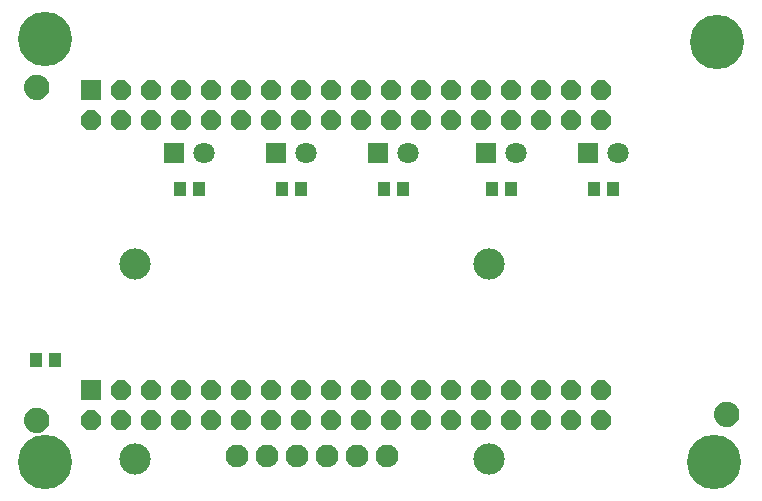
<source format=gbr>
G04 EAGLE Gerber RS-274X export*
G75*
%MOMM*%
%FSLAX34Y34*%
%LPD*%
%INSoldermask Top*%
%IPPOS*%
%AMOC8*
5,1,8,0,0,1.08239X$1,22.5*%
G01*
%ADD10R,1.676400X1.676400*%
%ADD11P,1.814519X8X22.500000*%
%ADD12R,1.803400X1.803400*%
%ADD13C,1.803400*%
%ADD14R,1.102359X1.183641*%
%ADD15C,4.597400*%
%ADD16C,0.609600*%
%ADD17C,1.168400*%
%ADD18C,1.930400*%
%ADD19C,2.652400*%


D10*
X71800Y345700D03*
D11*
X71800Y320300D03*
X97200Y345700D03*
X97200Y320300D03*
X122600Y345700D03*
X122600Y320300D03*
X148000Y345700D03*
X148000Y320300D03*
X173400Y345700D03*
X173400Y320300D03*
X198800Y345700D03*
X198800Y320300D03*
X224200Y345700D03*
X224200Y320300D03*
X249600Y345700D03*
X249600Y320300D03*
X275000Y345700D03*
X275000Y320300D03*
X300400Y345700D03*
X300400Y320300D03*
X325800Y345700D03*
X325800Y320300D03*
X351200Y345700D03*
X351200Y320300D03*
X376600Y345700D03*
X376600Y320300D03*
X402000Y345700D03*
X402000Y320300D03*
X427400Y345700D03*
X427400Y320300D03*
X452800Y345700D03*
X452800Y320300D03*
X478200Y345700D03*
X478200Y320300D03*
X503600Y345700D03*
X503600Y320300D03*
D10*
X71800Y91700D03*
D11*
X71800Y66300D03*
X97200Y91700D03*
X97200Y66300D03*
X122600Y91700D03*
X122600Y66300D03*
X148000Y91700D03*
X148000Y66300D03*
X173400Y91700D03*
X173400Y66300D03*
X198800Y91700D03*
X198800Y66300D03*
X224200Y91700D03*
X224200Y66300D03*
X249600Y91700D03*
X249600Y66300D03*
X275000Y91700D03*
X275000Y66300D03*
X300400Y91700D03*
X300400Y66300D03*
X325800Y91700D03*
X325800Y66300D03*
X351200Y91700D03*
X351200Y66300D03*
X376600Y91700D03*
X376600Y66300D03*
X402000Y91700D03*
X402000Y66300D03*
X427400Y91700D03*
X427400Y66300D03*
X452800Y91700D03*
X452800Y66300D03*
X478200Y91700D03*
X478200Y66300D03*
X503600Y91700D03*
X503600Y66300D03*
D12*
X142240Y292100D03*
D13*
X167640Y292100D03*
D14*
X146939Y261620D03*
X162941Y261620D03*
D15*
X33020Y388620D03*
D16*
X17780Y347980D02*
X17782Y348167D01*
X17789Y348354D01*
X17801Y348541D01*
X17817Y348727D01*
X17837Y348913D01*
X17862Y349098D01*
X17892Y349283D01*
X17926Y349467D01*
X17965Y349650D01*
X18008Y349832D01*
X18056Y350012D01*
X18108Y350192D01*
X18165Y350370D01*
X18225Y350547D01*
X18291Y350722D01*
X18360Y350896D01*
X18434Y351068D01*
X18512Y351238D01*
X18594Y351406D01*
X18680Y351572D01*
X18770Y351736D01*
X18864Y351897D01*
X18962Y352057D01*
X19064Y352213D01*
X19170Y352368D01*
X19280Y352519D01*
X19393Y352668D01*
X19510Y352814D01*
X19630Y352957D01*
X19754Y353097D01*
X19881Y353234D01*
X20012Y353368D01*
X20146Y353499D01*
X20283Y353626D01*
X20423Y353750D01*
X20566Y353870D01*
X20712Y353987D01*
X20861Y354100D01*
X21012Y354210D01*
X21167Y354316D01*
X21323Y354418D01*
X21483Y354516D01*
X21644Y354610D01*
X21808Y354700D01*
X21974Y354786D01*
X22142Y354868D01*
X22312Y354946D01*
X22484Y355020D01*
X22658Y355089D01*
X22833Y355155D01*
X23010Y355215D01*
X23188Y355272D01*
X23368Y355324D01*
X23548Y355372D01*
X23730Y355415D01*
X23913Y355454D01*
X24097Y355488D01*
X24282Y355518D01*
X24467Y355543D01*
X24653Y355563D01*
X24839Y355579D01*
X25026Y355591D01*
X25213Y355598D01*
X25400Y355600D01*
X25587Y355598D01*
X25774Y355591D01*
X25961Y355579D01*
X26147Y355563D01*
X26333Y355543D01*
X26518Y355518D01*
X26703Y355488D01*
X26887Y355454D01*
X27070Y355415D01*
X27252Y355372D01*
X27432Y355324D01*
X27612Y355272D01*
X27790Y355215D01*
X27967Y355155D01*
X28142Y355089D01*
X28316Y355020D01*
X28488Y354946D01*
X28658Y354868D01*
X28826Y354786D01*
X28992Y354700D01*
X29156Y354610D01*
X29317Y354516D01*
X29477Y354418D01*
X29633Y354316D01*
X29788Y354210D01*
X29939Y354100D01*
X30088Y353987D01*
X30234Y353870D01*
X30377Y353750D01*
X30517Y353626D01*
X30654Y353499D01*
X30788Y353368D01*
X30919Y353234D01*
X31046Y353097D01*
X31170Y352957D01*
X31290Y352814D01*
X31407Y352668D01*
X31520Y352519D01*
X31630Y352368D01*
X31736Y352213D01*
X31838Y352057D01*
X31936Y351897D01*
X32030Y351736D01*
X32120Y351572D01*
X32206Y351406D01*
X32288Y351238D01*
X32366Y351068D01*
X32440Y350896D01*
X32509Y350722D01*
X32575Y350547D01*
X32635Y350370D01*
X32692Y350192D01*
X32744Y350012D01*
X32792Y349832D01*
X32835Y349650D01*
X32874Y349467D01*
X32908Y349283D01*
X32938Y349098D01*
X32963Y348913D01*
X32983Y348727D01*
X32999Y348541D01*
X33011Y348354D01*
X33018Y348167D01*
X33020Y347980D01*
X33018Y347793D01*
X33011Y347606D01*
X32999Y347419D01*
X32983Y347233D01*
X32963Y347047D01*
X32938Y346862D01*
X32908Y346677D01*
X32874Y346493D01*
X32835Y346310D01*
X32792Y346128D01*
X32744Y345948D01*
X32692Y345768D01*
X32635Y345590D01*
X32575Y345413D01*
X32509Y345238D01*
X32440Y345064D01*
X32366Y344892D01*
X32288Y344722D01*
X32206Y344554D01*
X32120Y344388D01*
X32030Y344224D01*
X31936Y344063D01*
X31838Y343903D01*
X31736Y343747D01*
X31630Y343592D01*
X31520Y343441D01*
X31407Y343292D01*
X31290Y343146D01*
X31170Y343003D01*
X31046Y342863D01*
X30919Y342726D01*
X30788Y342592D01*
X30654Y342461D01*
X30517Y342334D01*
X30377Y342210D01*
X30234Y342090D01*
X30088Y341973D01*
X29939Y341860D01*
X29788Y341750D01*
X29633Y341644D01*
X29477Y341542D01*
X29317Y341444D01*
X29156Y341350D01*
X28992Y341260D01*
X28826Y341174D01*
X28658Y341092D01*
X28488Y341014D01*
X28316Y340940D01*
X28142Y340871D01*
X27967Y340805D01*
X27790Y340745D01*
X27612Y340688D01*
X27432Y340636D01*
X27252Y340588D01*
X27070Y340545D01*
X26887Y340506D01*
X26703Y340472D01*
X26518Y340442D01*
X26333Y340417D01*
X26147Y340397D01*
X25961Y340381D01*
X25774Y340369D01*
X25587Y340362D01*
X25400Y340360D01*
X25213Y340362D01*
X25026Y340369D01*
X24839Y340381D01*
X24653Y340397D01*
X24467Y340417D01*
X24282Y340442D01*
X24097Y340472D01*
X23913Y340506D01*
X23730Y340545D01*
X23548Y340588D01*
X23368Y340636D01*
X23188Y340688D01*
X23010Y340745D01*
X22833Y340805D01*
X22658Y340871D01*
X22484Y340940D01*
X22312Y341014D01*
X22142Y341092D01*
X21974Y341174D01*
X21808Y341260D01*
X21644Y341350D01*
X21483Y341444D01*
X21323Y341542D01*
X21167Y341644D01*
X21012Y341750D01*
X20861Y341860D01*
X20712Y341973D01*
X20566Y342090D01*
X20423Y342210D01*
X20283Y342334D01*
X20146Y342461D01*
X20012Y342592D01*
X19881Y342726D01*
X19754Y342863D01*
X19630Y343003D01*
X19510Y343146D01*
X19393Y343292D01*
X19280Y343441D01*
X19170Y343592D01*
X19064Y343747D01*
X18962Y343903D01*
X18864Y344063D01*
X18770Y344224D01*
X18680Y344388D01*
X18594Y344554D01*
X18512Y344722D01*
X18434Y344892D01*
X18360Y345064D01*
X18291Y345238D01*
X18225Y345413D01*
X18165Y345590D01*
X18108Y345768D01*
X18056Y345948D01*
X18008Y346128D01*
X17965Y346310D01*
X17926Y346493D01*
X17892Y346677D01*
X17862Y346862D01*
X17837Y347047D01*
X17817Y347233D01*
X17801Y347419D01*
X17789Y347606D01*
X17782Y347793D01*
X17780Y347980D01*
D17*
X25400Y347980D03*
D18*
X322400Y35240D03*
X297000Y35240D03*
X271600Y35240D03*
X246200Y35240D03*
X220800Y35240D03*
X195400Y35240D03*
D19*
X108900Y32700D03*
X108900Y197700D03*
X408900Y197700D03*
X408900Y32700D03*
D12*
X228600Y292100D03*
D13*
X254000Y292100D03*
D14*
X233299Y261620D03*
X249301Y261620D03*
D12*
X314960Y292100D03*
D13*
X340360Y292100D03*
D14*
X319659Y261620D03*
X335661Y261620D03*
D12*
X406400Y292100D03*
D13*
X431800Y292100D03*
D14*
X411099Y261620D03*
X427101Y261620D03*
D12*
X492760Y292100D03*
D13*
X518160Y292100D03*
D14*
X497459Y261620D03*
X513461Y261620D03*
D15*
X33020Y30480D03*
X599440Y30480D03*
X601980Y386080D03*
D16*
X17780Y66040D02*
X17782Y66227D01*
X17789Y66414D01*
X17801Y66601D01*
X17817Y66787D01*
X17837Y66973D01*
X17862Y67158D01*
X17892Y67343D01*
X17926Y67527D01*
X17965Y67710D01*
X18008Y67892D01*
X18056Y68072D01*
X18108Y68252D01*
X18165Y68430D01*
X18225Y68607D01*
X18291Y68782D01*
X18360Y68956D01*
X18434Y69128D01*
X18512Y69298D01*
X18594Y69466D01*
X18680Y69632D01*
X18770Y69796D01*
X18864Y69957D01*
X18962Y70117D01*
X19064Y70273D01*
X19170Y70428D01*
X19280Y70579D01*
X19393Y70728D01*
X19510Y70874D01*
X19630Y71017D01*
X19754Y71157D01*
X19881Y71294D01*
X20012Y71428D01*
X20146Y71559D01*
X20283Y71686D01*
X20423Y71810D01*
X20566Y71930D01*
X20712Y72047D01*
X20861Y72160D01*
X21012Y72270D01*
X21167Y72376D01*
X21323Y72478D01*
X21483Y72576D01*
X21644Y72670D01*
X21808Y72760D01*
X21974Y72846D01*
X22142Y72928D01*
X22312Y73006D01*
X22484Y73080D01*
X22658Y73149D01*
X22833Y73215D01*
X23010Y73275D01*
X23188Y73332D01*
X23368Y73384D01*
X23548Y73432D01*
X23730Y73475D01*
X23913Y73514D01*
X24097Y73548D01*
X24282Y73578D01*
X24467Y73603D01*
X24653Y73623D01*
X24839Y73639D01*
X25026Y73651D01*
X25213Y73658D01*
X25400Y73660D01*
X25587Y73658D01*
X25774Y73651D01*
X25961Y73639D01*
X26147Y73623D01*
X26333Y73603D01*
X26518Y73578D01*
X26703Y73548D01*
X26887Y73514D01*
X27070Y73475D01*
X27252Y73432D01*
X27432Y73384D01*
X27612Y73332D01*
X27790Y73275D01*
X27967Y73215D01*
X28142Y73149D01*
X28316Y73080D01*
X28488Y73006D01*
X28658Y72928D01*
X28826Y72846D01*
X28992Y72760D01*
X29156Y72670D01*
X29317Y72576D01*
X29477Y72478D01*
X29633Y72376D01*
X29788Y72270D01*
X29939Y72160D01*
X30088Y72047D01*
X30234Y71930D01*
X30377Y71810D01*
X30517Y71686D01*
X30654Y71559D01*
X30788Y71428D01*
X30919Y71294D01*
X31046Y71157D01*
X31170Y71017D01*
X31290Y70874D01*
X31407Y70728D01*
X31520Y70579D01*
X31630Y70428D01*
X31736Y70273D01*
X31838Y70117D01*
X31936Y69957D01*
X32030Y69796D01*
X32120Y69632D01*
X32206Y69466D01*
X32288Y69298D01*
X32366Y69128D01*
X32440Y68956D01*
X32509Y68782D01*
X32575Y68607D01*
X32635Y68430D01*
X32692Y68252D01*
X32744Y68072D01*
X32792Y67892D01*
X32835Y67710D01*
X32874Y67527D01*
X32908Y67343D01*
X32938Y67158D01*
X32963Y66973D01*
X32983Y66787D01*
X32999Y66601D01*
X33011Y66414D01*
X33018Y66227D01*
X33020Y66040D01*
X33018Y65853D01*
X33011Y65666D01*
X32999Y65479D01*
X32983Y65293D01*
X32963Y65107D01*
X32938Y64922D01*
X32908Y64737D01*
X32874Y64553D01*
X32835Y64370D01*
X32792Y64188D01*
X32744Y64008D01*
X32692Y63828D01*
X32635Y63650D01*
X32575Y63473D01*
X32509Y63298D01*
X32440Y63124D01*
X32366Y62952D01*
X32288Y62782D01*
X32206Y62614D01*
X32120Y62448D01*
X32030Y62284D01*
X31936Y62123D01*
X31838Y61963D01*
X31736Y61807D01*
X31630Y61652D01*
X31520Y61501D01*
X31407Y61352D01*
X31290Y61206D01*
X31170Y61063D01*
X31046Y60923D01*
X30919Y60786D01*
X30788Y60652D01*
X30654Y60521D01*
X30517Y60394D01*
X30377Y60270D01*
X30234Y60150D01*
X30088Y60033D01*
X29939Y59920D01*
X29788Y59810D01*
X29633Y59704D01*
X29477Y59602D01*
X29317Y59504D01*
X29156Y59410D01*
X28992Y59320D01*
X28826Y59234D01*
X28658Y59152D01*
X28488Y59074D01*
X28316Y59000D01*
X28142Y58931D01*
X27967Y58865D01*
X27790Y58805D01*
X27612Y58748D01*
X27432Y58696D01*
X27252Y58648D01*
X27070Y58605D01*
X26887Y58566D01*
X26703Y58532D01*
X26518Y58502D01*
X26333Y58477D01*
X26147Y58457D01*
X25961Y58441D01*
X25774Y58429D01*
X25587Y58422D01*
X25400Y58420D01*
X25213Y58422D01*
X25026Y58429D01*
X24839Y58441D01*
X24653Y58457D01*
X24467Y58477D01*
X24282Y58502D01*
X24097Y58532D01*
X23913Y58566D01*
X23730Y58605D01*
X23548Y58648D01*
X23368Y58696D01*
X23188Y58748D01*
X23010Y58805D01*
X22833Y58865D01*
X22658Y58931D01*
X22484Y59000D01*
X22312Y59074D01*
X22142Y59152D01*
X21974Y59234D01*
X21808Y59320D01*
X21644Y59410D01*
X21483Y59504D01*
X21323Y59602D01*
X21167Y59704D01*
X21012Y59810D01*
X20861Y59920D01*
X20712Y60033D01*
X20566Y60150D01*
X20423Y60270D01*
X20283Y60394D01*
X20146Y60521D01*
X20012Y60652D01*
X19881Y60786D01*
X19754Y60923D01*
X19630Y61063D01*
X19510Y61206D01*
X19393Y61352D01*
X19280Y61501D01*
X19170Y61652D01*
X19064Y61807D01*
X18962Y61963D01*
X18864Y62123D01*
X18770Y62284D01*
X18680Y62448D01*
X18594Y62614D01*
X18512Y62782D01*
X18434Y62952D01*
X18360Y63124D01*
X18291Y63298D01*
X18225Y63473D01*
X18165Y63650D01*
X18108Y63828D01*
X18056Y64008D01*
X18008Y64188D01*
X17965Y64370D01*
X17926Y64553D01*
X17892Y64737D01*
X17862Y64922D01*
X17837Y65107D01*
X17817Y65293D01*
X17801Y65479D01*
X17789Y65666D01*
X17782Y65853D01*
X17780Y66040D01*
D17*
X25400Y66040D03*
D16*
X601980Y71120D02*
X601982Y71307D01*
X601989Y71494D01*
X602001Y71681D01*
X602017Y71867D01*
X602037Y72053D01*
X602062Y72238D01*
X602092Y72423D01*
X602126Y72607D01*
X602165Y72790D01*
X602208Y72972D01*
X602256Y73152D01*
X602308Y73332D01*
X602365Y73510D01*
X602425Y73687D01*
X602491Y73862D01*
X602560Y74036D01*
X602634Y74208D01*
X602712Y74378D01*
X602794Y74546D01*
X602880Y74712D01*
X602970Y74876D01*
X603064Y75037D01*
X603162Y75197D01*
X603264Y75353D01*
X603370Y75508D01*
X603480Y75659D01*
X603593Y75808D01*
X603710Y75954D01*
X603830Y76097D01*
X603954Y76237D01*
X604081Y76374D01*
X604212Y76508D01*
X604346Y76639D01*
X604483Y76766D01*
X604623Y76890D01*
X604766Y77010D01*
X604912Y77127D01*
X605061Y77240D01*
X605212Y77350D01*
X605367Y77456D01*
X605523Y77558D01*
X605683Y77656D01*
X605844Y77750D01*
X606008Y77840D01*
X606174Y77926D01*
X606342Y78008D01*
X606512Y78086D01*
X606684Y78160D01*
X606858Y78229D01*
X607033Y78295D01*
X607210Y78355D01*
X607388Y78412D01*
X607568Y78464D01*
X607748Y78512D01*
X607930Y78555D01*
X608113Y78594D01*
X608297Y78628D01*
X608482Y78658D01*
X608667Y78683D01*
X608853Y78703D01*
X609039Y78719D01*
X609226Y78731D01*
X609413Y78738D01*
X609600Y78740D01*
X609787Y78738D01*
X609974Y78731D01*
X610161Y78719D01*
X610347Y78703D01*
X610533Y78683D01*
X610718Y78658D01*
X610903Y78628D01*
X611087Y78594D01*
X611270Y78555D01*
X611452Y78512D01*
X611632Y78464D01*
X611812Y78412D01*
X611990Y78355D01*
X612167Y78295D01*
X612342Y78229D01*
X612516Y78160D01*
X612688Y78086D01*
X612858Y78008D01*
X613026Y77926D01*
X613192Y77840D01*
X613356Y77750D01*
X613517Y77656D01*
X613677Y77558D01*
X613833Y77456D01*
X613988Y77350D01*
X614139Y77240D01*
X614288Y77127D01*
X614434Y77010D01*
X614577Y76890D01*
X614717Y76766D01*
X614854Y76639D01*
X614988Y76508D01*
X615119Y76374D01*
X615246Y76237D01*
X615370Y76097D01*
X615490Y75954D01*
X615607Y75808D01*
X615720Y75659D01*
X615830Y75508D01*
X615936Y75353D01*
X616038Y75197D01*
X616136Y75037D01*
X616230Y74876D01*
X616320Y74712D01*
X616406Y74546D01*
X616488Y74378D01*
X616566Y74208D01*
X616640Y74036D01*
X616709Y73862D01*
X616775Y73687D01*
X616835Y73510D01*
X616892Y73332D01*
X616944Y73152D01*
X616992Y72972D01*
X617035Y72790D01*
X617074Y72607D01*
X617108Y72423D01*
X617138Y72238D01*
X617163Y72053D01*
X617183Y71867D01*
X617199Y71681D01*
X617211Y71494D01*
X617218Y71307D01*
X617220Y71120D01*
X617218Y70933D01*
X617211Y70746D01*
X617199Y70559D01*
X617183Y70373D01*
X617163Y70187D01*
X617138Y70002D01*
X617108Y69817D01*
X617074Y69633D01*
X617035Y69450D01*
X616992Y69268D01*
X616944Y69088D01*
X616892Y68908D01*
X616835Y68730D01*
X616775Y68553D01*
X616709Y68378D01*
X616640Y68204D01*
X616566Y68032D01*
X616488Y67862D01*
X616406Y67694D01*
X616320Y67528D01*
X616230Y67364D01*
X616136Y67203D01*
X616038Y67043D01*
X615936Y66887D01*
X615830Y66732D01*
X615720Y66581D01*
X615607Y66432D01*
X615490Y66286D01*
X615370Y66143D01*
X615246Y66003D01*
X615119Y65866D01*
X614988Y65732D01*
X614854Y65601D01*
X614717Y65474D01*
X614577Y65350D01*
X614434Y65230D01*
X614288Y65113D01*
X614139Y65000D01*
X613988Y64890D01*
X613833Y64784D01*
X613677Y64682D01*
X613517Y64584D01*
X613356Y64490D01*
X613192Y64400D01*
X613026Y64314D01*
X612858Y64232D01*
X612688Y64154D01*
X612516Y64080D01*
X612342Y64011D01*
X612167Y63945D01*
X611990Y63885D01*
X611812Y63828D01*
X611632Y63776D01*
X611452Y63728D01*
X611270Y63685D01*
X611087Y63646D01*
X610903Y63612D01*
X610718Y63582D01*
X610533Y63557D01*
X610347Y63537D01*
X610161Y63521D01*
X609974Y63509D01*
X609787Y63502D01*
X609600Y63500D01*
X609413Y63502D01*
X609226Y63509D01*
X609039Y63521D01*
X608853Y63537D01*
X608667Y63557D01*
X608482Y63582D01*
X608297Y63612D01*
X608113Y63646D01*
X607930Y63685D01*
X607748Y63728D01*
X607568Y63776D01*
X607388Y63828D01*
X607210Y63885D01*
X607033Y63945D01*
X606858Y64011D01*
X606684Y64080D01*
X606512Y64154D01*
X606342Y64232D01*
X606174Y64314D01*
X606008Y64400D01*
X605844Y64490D01*
X605683Y64584D01*
X605523Y64682D01*
X605367Y64784D01*
X605212Y64890D01*
X605061Y65000D01*
X604912Y65113D01*
X604766Y65230D01*
X604623Y65350D01*
X604483Y65474D01*
X604346Y65601D01*
X604212Y65732D01*
X604081Y65866D01*
X603954Y66003D01*
X603830Y66143D01*
X603710Y66286D01*
X603593Y66432D01*
X603480Y66581D01*
X603370Y66732D01*
X603264Y66887D01*
X603162Y67043D01*
X603064Y67203D01*
X602970Y67364D01*
X602880Y67528D01*
X602794Y67694D01*
X602712Y67862D01*
X602634Y68032D01*
X602560Y68204D01*
X602491Y68378D01*
X602425Y68553D01*
X602365Y68730D01*
X602308Y68908D01*
X602256Y69088D01*
X602208Y69268D01*
X602165Y69450D01*
X602126Y69633D01*
X602092Y69817D01*
X602062Y70002D01*
X602037Y70187D01*
X602017Y70373D01*
X602001Y70559D01*
X601989Y70746D01*
X601982Y70933D01*
X601980Y71120D01*
D17*
X609600Y71120D03*
D14*
X41021Y116840D03*
X25019Y116840D03*
M02*

</source>
